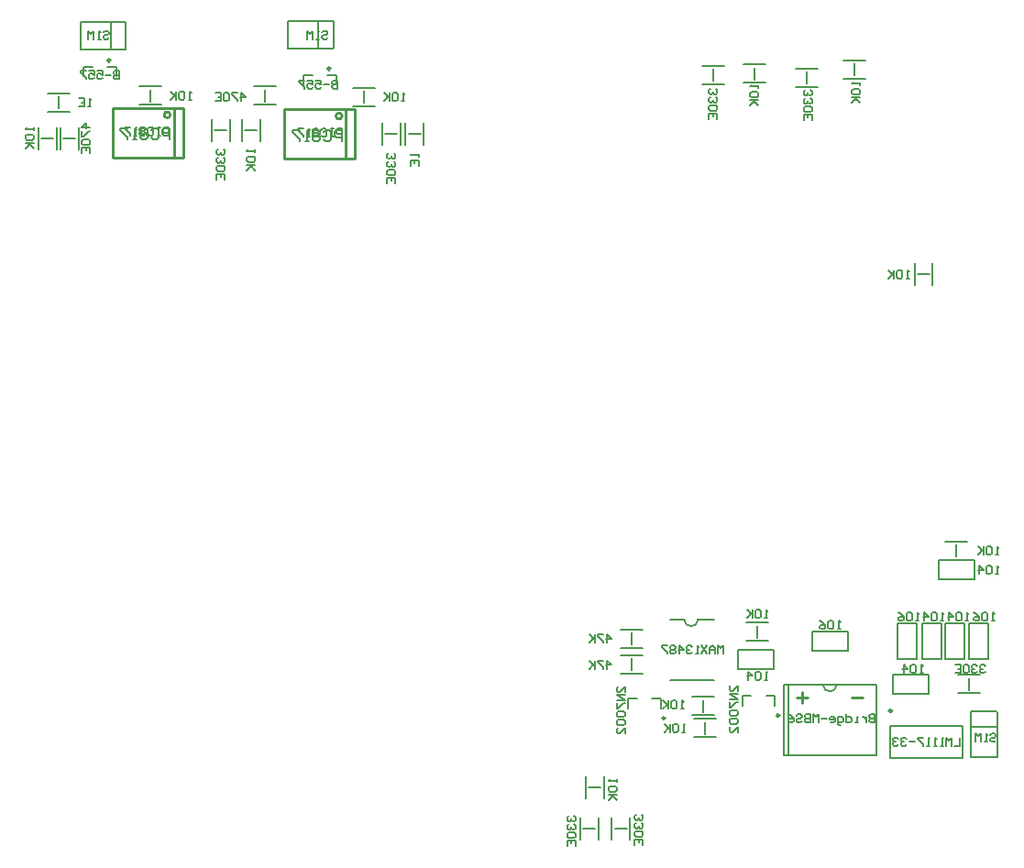
<source format=gbo>
G04*
G04 #@! TF.GenerationSoftware,Altium Limited,Altium Designer,21.5.1 (32)*
G04*
G04 Layer_Color=32896*
%FSAX24Y24*%
%MOIN*%
G70*
G04*
G04 #@! TF.SameCoordinates,E50B5674-5FFA-4352-8543-23BF37AEB5C9*
G04*
G04*
G04 #@! TF.FilePolarity,Positive*
G04*
G01*
G75*
%ADD10C,0.0098*%
%ADD11C,0.0100*%
%ADD13C,0.0079*%
%ADD14C,0.0080*%
D10*
X012684Y041082D02*
G03*
X012684Y041082I-000049J000000D01*
G01*
X020684Y040781D02*
G03*
X020684Y040781I-000049J000000D01*
G01*
X041100Y017422D02*
G03*
X041100Y017422I-000049J000000D01*
G01*
X037008Y017257D02*
G03*
X037008Y017257I-000049J000000D01*
G01*
X032858Y017157D02*
G03*
X032858Y017157I-000049J000000D01*
G01*
D11*
X021112Y039050D02*
G03*
X021112Y039050I-000112J000000D01*
G01*
X014862Y039100D02*
G03*
X014862Y039100I-000112J000000D01*
G01*
X021250Y037498D02*
Y039300D01*
X021580Y037500D02*
Y039300D01*
X019020Y037500D02*
Y039280D01*
Y037498D02*
X021580D01*
X019020Y039300D02*
X021580D01*
X012770Y039350D02*
X015330D01*
X012770Y037548D02*
X015330D01*
X012770Y037550D02*
Y039330D01*
X015330Y037550D02*
Y039350D01*
X015000Y037548D02*
Y039350D01*
X040050Y017900D02*
X039650D01*
X038050Y017900D02*
X037650D01*
X037850Y018100D02*
Y017700D01*
D13*
X033550Y020750D02*
G03*
X034050Y020750I000250J000000D01*
G01*
X011709Y040826D02*
X012024D01*
X011709Y040511D02*
Y040826D01*
X012576D02*
X012891D01*
Y040511D02*
Y040826D01*
X020891Y040211D02*
Y040526D01*
X020576D02*
X020891D01*
X019709Y040211D02*
Y040526D01*
X020024D01*
X043669Y015709D02*
Y016891D01*
X041031Y015709D02*
Y016891D01*
Y015709D02*
X043669D01*
X041031Y016891D02*
X043669D01*
X036841Y017621D02*
Y017976D01*
X036526D02*
X036841D01*
X035659Y017621D02*
Y017976D01*
X035974D01*
X031509Y017876D02*
X031824D01*
X031509Y017521D02*
Y017876D01*
X032376D02*
X032691D01*
Y017521D02*
Y017876D01*
X033050Y018550D02*
X034650D01*
X034050Y020750D02*
X034650D01*
X033050D02*
X033550D01*
X042040Y033316D02*
X042473D01*
X042587Y032916D02*
Y033716D01*
X041927Y032916D02*
Y033716D01*
X021500Y040080D02*
X022300D01*
X021500Y039420D02*
X022300D01*
X021900Y039533D02*
Y039967D01*
X017030Y038150D02*
Y038950D01*
X016370Y038150D02*
Y038950D01*
X016483Y038550D02*
X016917D01*
X014150Y039583D02*
Y040017D01*
X013750Y039470D02*
X014550D01*
X013750Y040130D02*
X014550D01*
X010800Y039333D02*
Y039767D01*
X010400Y039880D02*
X011200D01*
X010400Y039220D02*
X011200D01*
X010983Y038250D02*
X011417D01*
X011530Y037850D02*
Y038650D01*
X010870Y037850D02*
Y038650D01*
X010183Y038250D02*
X010617D01*
X010070Y037850D02*
Y038650D01*
X010730Y037850D02*
Y038650D01*
X031580Y012750D02*
Y013550D01*
X030920Y012750D02*
Y013550D01*
X031033Y013150D02*
X031467D01*
X030430Y012750D02*
Y013550D01*
X029770Y012750D02*
Y013550D01*
X029883Y013150D02*
X030317D01*
X030083Y014650D02*
X030517D01*
X029970Y014250D02*
Y015050D01*
X030630Y014250D02*
Y015050D01*
X031634Y018896D02*
Y019329D01*
X031234Y019442D02*
X032034D01*
X031234Y018783D02*
X032034D01*
X031634Y019833D02*
Y020267D01*
X031234Y019720D02*
X032034D01*
X031234Y020380D02*
X032034D01*
X033850Y017270D02*
X034650D01*
X033850Y017930D02*
X034650D01*
X034250Y017383D02*
Y017817D01*
X033900Y017130D02*
X034700D01*
X033900Y016470D02*
X034700D01*
X034300Y016583D02*
Y017017D01*
X035800Y019970D02*
X036600D01*
X035800Y020630D02*
X036600D01*
X036200Y020083D02*
Y020517D01*
X043900Y018183D02*
Y018617D01*
X043500Y018070D02*
X044300D01*
X043500Y018730D02*
X044300D01*
X043450Y023033D02*
Y023467D01*
X043050Y023580D02*
X043850D01*
X043050Y022920D02*
X043850D01*
X034200Y040880D02*
X035000D01*
X034200Y040220D02*
X035000D01*
X034600Y040333D02*
Y040767D01*
X035700Y040930D02*
X036500D01*
X035700Y040270D02*
X036500D01*
X036100Y040383D02*
Y040817D01*
X037600Y040780D02*
X038400D01*
X037600Y040120D02*
X038400D01*
X038000Y040233D02*
Y040667D01*
X039350Y041080D02*
X040150D01*
X039350Y040420D02*
X040150D01*
X039750Y040533D02*
Y040967D01*
X022690Y038400D02*
X023123D01*
X022577Y038000D02*
Y038800D01*
X023237Y038000D02*
Y038800D01*
X018300Y039583D02*
Y040017D01*
X017900Y040130D02*
X018700D01*
X017900Y039470D02*
X018700D01*
X023533Y038400D02*
X023967D01*
X023420Y038000D02*
Y038800D01*
X024080Y038000D02*
Y038800D01*
X017583Y038550D02*
X018017D01*
X017470Y038150D02*
Y038950D01*
X018130Y038150D02*
Y038950D01*
D14*
X038600Y018380D02*
G03*
X039100Y018380I000250J000000D01*
G01*
X020245Y041508D02*
Y042492D01*
X019146Y041508D02*
Y042492D01*
X020800Y041528D02*
Y042492D01*
X019146Y041508D02*
X020780D01*
X019146Y042492D02*
X020800D01*
X011600Y042472D02*
X013254D01*
X011600Y041488D02*
X013234D01*
X013254Y041508D02*
Y042472D01*
X011600Y041488D02*
Y042472D01*
X012698Y041488D02*
Y042472D01*
X043958Y016845D02*
X044942D01*
X043958Y015746D02*
X044942D01*
X043958Y017400D02*
X044922D01*
X044942Y015746D02*
Y017380D01*
X043958Y015746D02*
Y017400D01*
X037350Y015850D02*
Y018350D01*
X037175Y015820D02*
Y018380D01*
X040525Y015820D02*
Y018380D01*
X037175Y015820D02*
X040525D01*
X037175Y018380D02*
X040525D01*
X035500Y019650D02*
X036800D01*
Y018950D02*
Y019650D01*
X035500Y018950D02*
X036800D01*
X035500D02*
Y019650D01*
X041300Y019320D02*
X042000D01*
Y020620D01*
X041300D02*
X042000D01*
X041300Y019320D02*
Y020620D01*
X042200Y019300D02*
X042900D01*
Y020600D01*
X042200D02*
X042900D01*
X042200Y019300D02*
Y020600D01*
X043050Y019300D02*
X043750D01*
Y020600D01*
X043050D02*
X043750D01*
X043050Y019300D02*
Y020600D01*
X043900Y019300D02*
X044600D01*
Y020600D01*
X043900D02*
X044600D01*
X043900Y019300D02*
Y020600D01*
X044100Y022200D02*
Y022900D01*
X042800D02*
X044100D01*
X042800Y022200D02*
Y022900D01*
Y022200D02*
X044100D01*
X041150Y018050D02*
X042450D01*
X041150D02*
Y018750D01*
X042450D01*
Y018050D02*
Y018750D01*
X038200Y020300D02*
X039500D01*
Y019600D02*
Y020300D01*
X038200Y019600D02*
X039500D01*
X038200D02*
Y020300D01*
X021100Y038150D02*
Y038550D01*
X020900D01*
X020833Y038483D01*
Y038350D01*
X020900Y038283D01*
X021100D01*
X020434Y038483D02*
X020500Y038550D01*
X020633D01*
X020700Y038483D01*
Y038217D01*
X020633Y038150D01*
X020500D01*
X020434Y038217D01*
X020300Y038483D02*
X020234Y038550D01*
X020100D01*
X020034Y038483D01*
Y038417D01*
X020100Y038350D01*
X020034Y038283D01*
Y038217D01*
X020100Y038150D01*
X020234D01*
X020300Y038217D01*
Y038283D01*
X020234Y038350D01*
X020300Y038417D01*
Y038483D01*
X020234Y038350D02*
X020100D01*
X019900Y038150D02*
X019767D01*
X019834D01*
Y038550D01*
X019900Y038483D01*
X019567Y038550D02*
X019301D01*
Y038483D01*
X019567Y038217D01*
Y038150D01*
X014850Y038200D02*
Y038600D01*
X014650D01*
X014583Y038533D01*
Y038400D01*
X014650Y038333D01*
X014850D01*
X014184Y038533D02*
X014250Y038600D01*
X014383D01*
X014450Y038533D01*
Y038267D01*
X014383Y038200D01*
X014250D01*
X014184Y038267D01*
X014050Y038533D02*
X013984Y038600D01*
X013850D01*
X013784Y038533D01*
Y038467D01*
X013850Y038400D01*
X013784Y038333D01*
Y038267D01*
X013850Y038200D01*
X013984D01*
X014050Y038267D01*
Y038333D01*
X013984Y038400D01*
X014050Y038467D01*
Y038533D01*
X013984Y038400D02*
X013850D01*
X013650Y038200D02*
X013517D01*
X013584D01*
Y038600D01*
X013650Y038533D01*
X013317Y038600D02*
X013051D01*
Y038533D01*
X013317Y038267D01*
Y038200D01*
X040474Y017300D02*
Y017000D01*
X040325D01*
X040275Y017050D01*
Y017100D01*
X040325Y017150D01*
X040474D01*
X040325D01*
X040275Y017200D01*
Y017250D01*
X040325Y017300D01*
X040474D01*
X040175Y017200D02*
Y017000D01*
Y017100D01*
X040125Y017150D01*
X040075Y017200D01*
X040025D01*
X039875Y017000D02*
X039775D01*
X039825D01*
Y017200D01*
X039875D01*
X039425Y017300D02*
Y017000D01*
X039575D01*
X039625Y017050D01*
Y017150D01*
X039575Y017200D01*
X039425D01*
X039225Y016900D02*
X039175D01*
X039125Y016950D01*
Y017200D01*
X039275D01*
X039325Y017150D01*
Y017050D01*
X039275Y017000D01*
X039125D01*
X038875D02*
X038975D01*
X039025Y017050D01*
Y017150D01*
X038975Y017200D01*
X038875D01*
X038825Y017150D01*
Y017100D01*
X039025D01*
X038725Y017150D02*
X038525D01*
X038425Y017000D02*
Y017300D01*
X038325Y017200D01*
X038225Y017300D01*
Y017000D01*
X038125Y017300D02*
Y017000D01*
X037975D01*
X037925Y017050D01*
Y017100D01*
X037975Y017150D01*
X038125D01*
X037975D01*
X037925Y017200D01*
Y017250D01*
X037975Y017300D01*
X038125D01*
X037625Y017250D02*
X037675Y017300D01*
X037775D01*
X037825Y017250D01*
Y017200D01*
X037775Y017150D01*
X037675D01*
X037625Y017100D01*
Y017050D01*
X037675Y017000D01*
X037775D01*
X037825Y017050D01*
X037326Y017300D02*
X037425Y017250D01*
X037525Y017150D01*
Y017050D01*
X037475Y017000D01*
X037375D01*
X037326Y017050D01*
Y017100D01*
X037375Y017150D01*
X037525D01*
X011950Y038650D02*
X011650D01*
X011800Y038800D01*
Y038600D01*
X011650Y038500D02*
Y038300D01*
X011700D01*
X011900Y038500D01*
X011950D01*
X011700Y038200D02*
X011650Y038150D01*
Y038050D01*
X011700Y038000D01*
X011900D01*
X011950Y038050D01*
Y038150D01*
X011900Y038200D01*
X011700D01*
X011650Y037700D02*
Y037900D01*
X011950D01*
Y037700D01*
X011800Y037900D02*
Y037800D01*
X011975Y039400D02*
X011875D01*
X011925D01*
Y039700D01*
X011975Y039650D01*
X011525Y039700D02*
X011725D01*
Y039400D01*
X011525D01*
X011725Y039550D02*
X011625D01*
X015625Y039650D02*
X015525D01*
X015575D01*
Y039950D01*
X015625Y039900D01*
X015375D02*
X015325Y039950D01*
X015225D01*
X015175Y039900D01*
Y039700D01*
X015225Y039650D01*
X015325D01*
X015375Y039700D01*
Y039900D01*
X015075Y039950D02*
Y039650D01*
Y039750D01*
X014875Y039950D01*
X015025Y039800D01*
X014875Y039650D01*
X009900Y038625D02*
Y038525D01*
Y038575D01*
X009600D01*
X009650Y038625D01*
Y038375D02*
X009600Y038325D01*
Y038225D01*
X009650Y038175D01*
X009850D01*
X009900Y038225D01*
Y038325D01*
X009850Y038375D01*
X009650D01*
X009600Y038075D02*
X009900D01*
X009800D01*
X009600Y037875D01*
X009750Y038025D01*
X009900Y037875D01*
X016600Y037850D02*
X016550Y037800D01*
Y037700D01*
X016600Y037650D01*
X016650D01*
X016700Y037700D01*
Y037750D01*
Y037700D01*
X016750Y037650D01*
X016800D01*
X016850Y037700D01*
Y037800D01*
X016800Y037850D01*
X016600Y037550D02*
X016550Y037500D01*
Y037400D01*
X016600Y037350D01*
X016650D01*
X016700Y037400D01*
Y037450D01*
Y037400D01*
X016750Y037350D01*
X016800D01*
X016850Y037400D01*
Y037500D01*
X016800Y037550D01*
X016600Y037250D02*
X016550Y037200D01*
Y037100D01*
X016600Y037050D01*
X016800D01*
X016850Y037100D01*
Y037200D01*
X016800Y037250D01*
X016600D01*
X016550Y036750D02*
Y036950D01*
X016850D01*
Y036750D01*
X016700Y036950D02*
Y036850D01*
X017450Y039600D02*
Y039900D01*
X017600Y039750D01*
X017400D01*
X017300Y039900D02*
X017100D01*
Y039850D01*
X017300Y039650D01*
Y039600D01*
X017000Y039850D02*
X016950Y039900D01*
X016850D01*
X016800Y039850D01*
Y039650D01*
X016850Y039600D01*
X016950D01*
X017000Y039650D01*
Y039850D01*
X016500Y039900D02*
X016700D01*
Y039600D01*
X016500D01*
X016700Y039750D02*
X016600D01*
X023900Y037675D02*
Y037575D01*
Y037625D01*
X023600D01*
X023650Y037675D01*
X023600Y037225D02*
Y037425D01*
X023900D01*
Y037225D01*
X023750Y037425D02*
Y037325D01*
X023375Y039600D02*
X023275D01*
X023325D01*
Y039900D01*
X023375Y039850D01*
X023125D02*
X023075Y039900D01*
X022975D01*
X022925Y039850D01*
Y039650D01*
X022975Y039600D01*
X023075D01*
X023125Y039650D01*
Y039850D01*
X022825Y039900D02*
Y039600D01*
Y039700D01*
X022625Y039900D01*
X022775Y039750D01*
X022625Y039600D01*
X017950Y037825D02*
Y037725D01*
Y037775D01*
X017650D01*
X017700Y037825D01*
Y037575D02*
X017650Y037525D01*
Y037425D01*
X017700Y037375D01*
X017900D01*
X017950Y037425D01*
Y037525D01*
X017900Y037575D01*
X017700D01*
X017650Y037275D02*
X017950D01*
X017850D01*
X017650Y037075D01*
X017800Y037225D01*
X017950Y037075D01*
X022800Y037700D02*
X022750Y037650D01*
Y037550D01*
X022800Y037500D01*
X022850D01*
X022900Y037550D01*
Y037600D01*
Y037550D01*
X022950Y037500D01*
X023000D01*
X023050Y037550D01*
Y037650D01*
X023000Y037700D01*
X022800Y037400D02*
X022750Y037350D01*
Y037250D01*
X022800Y037200D01*
X022850D01*
X022900Y037250D01*
Y037300D01*
Y037250D01*
X022950Y037200D01*
X023000D01*
X023050Y037250D01*
Y037350D01*
X023000Y037400D01*
X022800Y037100D02*
X022750Y037050D01*
Y036950D01*
X022800Y036900D01*
X023000D01*
X023050Y036950D01*
Y037050D01*
X023000Y037100D01*
X022800D01*
X022750Y036600D02*
Y036800D01*
X023050D01*
Y036600D01*
X022900Y036800D02*
Y036700D01*
X036250Y040175D02*
Y040075D01*
Y040125D01*
X035950D01*
X036000Y040175D01*
Y039925D02*
X035950Y039875D01*
Y039775D01*
X036000Y039725D01*
X036200D01*
X036250Y039775D01*
Y039875D01*
X036200Y039925D01*
X036000D01*
X035950Y039625D02*
X036250D01*
X036150D01*
X035950Y039425D01*
X036100Y039575D01*
X036250Y039425D01*
X037950Y040000D02*
X037900Y039950D01*
Y039850D01*
X037950Y039800D01*
X038000D01*
X038050Y039850D01*
Y039900D01*
Y039850D01*
X038100Y039800D01*
X038150D01*
X038200Y039850D01*
Y039950D01*
X038150Y040000D01*
X037950Y039700D02*
X037900Y039650D01*
Y039550D01*
X037950Y039500D01*
X038000D01*
X038050Y039550D01*
Y039600D01*
Y039550D01*
X038100Y039500D01*
X038150D01*
X038200Y039550D01*
Y039650D01*
X038150Y039700D01*
X037950Y039400D02*
X037900Y039350D01*
Y039250D01*
X037950Y039200D01*
X038150D01*
X038200Y039250D01*
Y039350D01*
X038150Y039400D01*
X037950D01*
X037900Y038900D02*
Y039100D01*
X038200D01*
Y038900D01*
X038050Y039100D02*
Y039000D01*
X039950Y040275D02*
Y040175D01*
Y040225D01*
X039650D01*
X039700Y040275D01*
Y040025D02*
X039650Y039975D01*
Y039875D01*
X039700Y039825D01*
X039900D01*
X039950Y039875D01*
Y039975D01*
X039900Y040025D01*
X039700D01*
X039650Y039725D02*
X039950D01*
X039850D01*
X039650Y039525D01*
X039800Y039675D01*
X039950Y039525D01*
X034500Y040050D02*
X034450Y040000D01*
Y039900D01*
X034500Y039850D01*
X034550D01*
X034600Y039900D01*
Y039950D01*
Y039900D01*
X034650Y039850D01*
X034700D01*
X034750Y039900D01*
Y040000D01*
X034700Y040050D01*
X034500Y039750D02*
X034450Y039700D01*
Y039600D01*
X034500Y039550D01*
X034550D01*
X034600Y039600D01*
Y039650D01*
Y039600D01*
X034650Y039550D01*
X034700D01*
X034750Y039600D01*
Y039700D01*
X034700Y039750D01*
X034500Y039450D02*
X034450Y039400D01*
Y039300D01*
X034500Y039250D01*
X034700D01*
X034750Y039300D01*
Y039400D01*
X034700Y039450D01*
X034500D01*
X034450Y038950D02*
Y039150D01*
X034750D01*
Y038950D01*
X034600Y039150D02*
Y039050D01*
X044500Y019050D02*
X044450Y019100D01*
X044350D01*
X044300Y019050D01*
Y019000D01*
X044350Y018950D01*
X044400D01*
X044350D01*
X044300Y018900D01*
Y018850D01*
X044350Y018800D01*
X044450D01*
X044500Y018850D01*
X044200Y019050D02*
X044150Y019100D01*
X044050D01*
X044000Y019050D01*
Y019000D01*
X044050Y018950D01*
X044100D01*
X044050D01*
X044000Y018900D01*
Y018850D01*
X044050Y018800D01*
X044150D01*
X044200Y018850D01*
X043900Y019050D02*
X043850Y019100D01*
X043750D01*
X043700Y019050D01*
Y018850D01*
X043750Y018800D01*
X043850D01*
X043900Y018850D01*
Y019050D01*
X043400Y019100D02*
X043600D01*
Y018800D01*
X043400D01*
X043600Y018950D02*
X043500D01*
X031800Y013650D02*
X031750Y013600D01*
Y013500D01*
X031800Y013450D01*
X031850D01*
X031900Y013500D01*
Y013550D01*
Y013500D01*
X031950Y013450D01*
X032000D01*
X032050Y013500D01*
Y013600D01*
X032000Y013650D01*
X031800Y013350D02*
X031750Y013300D01*
Y013200D01*
X031800Y013150D01*
X031850D01*
X031900Y013200D01*
Y013250D01*
Y013200D01*
X031950Y013150D01*
X032000D01*
X032050Y013200D01*
Y013300D01*
X032000Y013350D01*
X031800Y013050D02*
X031750Y013000D01*
Y012900D01*
X031800Y012850D01*
X032000D01*
X032050Y012900D01*
Y013000D01*
X032000Y013050D01*
X031800D01*
X031750Y012550D02*
Y012750D01*
X032050D01*
Y012550D01*
X031900Y012750D02*
Y012650D01*
X033575Y016650D02*
X033475D01*
X033525D01*
Y016950D01*
X033575Y016900D01*
X033325D02*
X033275Y016950D01*
X033175D01*
X033125Y016900D01*
Y016700D01*
X033175Y016650D01*
X033275D01*
X033325Y016700D01*
Y016900D01*
X033025Y016950D02*
Y016650D01*
Y016750D01*
X032825Y016950D01*
X032975Y016800D01*
X032825Y016650D01*
X036575Y020800D02*
X036475D01*
X036525D01*
Y021100D01*
X036575Y021050D01*
X036325D02*
X036275Y021100D01*
X036175D01*
X036125Y021050D01*
Y020850D01*
X036175Y020800D01*
X036275D01*
X036325Y020850D01*
Y021050D01*
X036025Y021100D02*
Y020800D01*
Y020900D01*
X035825Y021100D01*
X035975Y020950D01*
X035825Y020800D01*
X029350Y013600D02*
X029300Y013550D01*
Y013450D01*
X029350Y013400D01*
X029400D01*
X029450Y013450D01*
Y013500D01*
Y013450D01*
X029500Y013400D01*
X029550D01*
X029600Y013450D01*
Y013550D01*
X029550Y013600D01*
X029350Y013300D02*
X029300Y013250D01*
Y013150D01*
X029350Y013100D01*
X029400D01*
X029450Y013150D01*
Y013200D01*
Y013150D01*
X029500Y013100D01*
X029550D01*
X029600Y013150D01*
Y013250D01*
X029550Y013300D01*
X029350Y013000D02*
X029300Y012950D01*
Y012850D01*
X029350Y012800D01*
X029550D01*
X029600Y012850D01*
Y012950D01*
X029550Y013000D01*
X029350D01*
X029300Y012500D02*
Y012700D01*
X029600D01*
Y012500D01*
X029450Y012700D02*
Y012600D01*
X031100Y014925D02*
Y014825D01*
Y014875D01*
X030800D01*
X030850Y014925D01*
Y014675D02*
X030800Y014625D01*
Y014525D01*
X030850Y014475D01*
X031050D01*
X031100Y014525D01*
Y014625D01*
X031050Y014675D01*
X030850D01*
X030800Y014375D02*
X031100D01*
X031000D01*
X030800Y014175D01*
X030950Y014325D01*
X031100Y014175D01*
X033525Y017500D02*
X033425D01*
X033475D01*
Y017800D01*
X033525Y017750D01*
X033275D02*
X033225Y017800D01*
X033125D01*
X033075Y017750D01*
Y017550D01*
X033125Y017500D01*
X033225D01*
X033275Y017550D01*
Y017750D01*
X032975Y017800D02*
Y017500D01*
Y017600D01*
X032775Y017800D01*
X032925Y017650D01*
X032775Y017500D01*
X030750Y019900D02*
Y020200D01*
X030900Y020050D01*
X030700D01*
X030600Y020200D02*
X030400D01*
Y020150D01*
X030600Y019950D01*
Y019900D01*
X030300Y020200D02*
Y019900D01*
Y020000D01*
X030100Y020200D01*
X030250Y020050D01*
X030100Y019900D01*
X030750Y018950D02*
Y019250D01*
X030900Y019100D01*
X030700D01*
X030600Y019250D02*
X030400D01*
Y019200D01*
X030600Y019000D01*
Y018950D01*
X030300Y019250D02*
Y018950D01*
Y019050D01*
X030100Y019250D01*
X030250Y019100D01*
X030100Y018950D01*
X041725Y033150D02*
X041625D01*
X041675D01*
Y033450D01*
X041725Y033400D01*
X041475D02*
X041425Y033450D01*
X041325D01*
X041275Y033400D01*
Y033200D01*
X041325Y033150D01*
X041425D01*
X041475Y033200D01*
Y033400D01*
X041175Y033450D02*
Y033150D01*
Y033250D01*
X040975Y033450D01*
X041125Y033300D01*
X040975Y033150D01*
X044975Y023100D02*
X044875D01*
X044925D01*
Y023400D01*
X044975Y023350D01*
X044725D02*
X044675Y023400D01*
X044575D01*
X044525Y023350D01*
Y023150D01*
X044575Y023100D01*
X044675D01*
X044725Y023150D01*
Y023350D01*
X044425Y023400D02*
Y023100D01*
Y023200D01*
X044225Y023400D01*
X044375Y023250D01*
X044225Y023100D01*
X013000Y040700D02*
Y040400D01*
X012850D01*
X012800Y040450D01*
Y040500D01*
X012850Y040550D01*
X013000D01*
X012850D01*
X012800Y040600D01*
Y040650D01*
X012850Y040700D01*
X013000D01*
X012700Y040550D02*
X012500D01*
X012200Y040700D02*
X012400D01*
Y040550D01*
X012300Y040600D01*
X012250D01*
X012200Y040550D01*
Y040450D01*
X012250Y040400D01*
X012350D01*
X012400Y040450D01*
X011900Y040700D02*
X012100D01*
Y040550D01*
X012000Y040600D01*
X011950D01*
X011900Y040550D01*
Y040450D01*
X011950Y040400D01*
X012050D01*
X012100Y040450D01*
X011800Y040700D02*
X011600D01*
Y040650D01*
X011800Y040450D01*
Y040400D01*
X020950Y040350D02*
Y040050D01*
X020800D01*
X020750Y040100D01*
Y040150D01*
X020800Y040200D01*
X020950D01*
X020800D01*
X020750Y040250D01*
Y040300D01*
X020800Y040350D01*
X020950D01*
X020650Y040200D02*
X020450D01*
X020150Y040350D02*
X020350D01*
Y040200D01*
X020250Y040250D01*
X020200D01*
X020150Y040200D01*
Y040100D01*
X020200Y040050D01*
X020300D01*
X020350Y040100D01*
X019850Y040350D02*
X020050D01*
Y040200D01*
X019950Y040250D01*
X019900D01*
X019850Y040200D01*
Y040100D01*
X019900Y040050D01*
X020000D01*
X020050Y040100D01*
X019750Y040350D02*
X019550D01*
Y040300D01*
X019750Y040100D01*
Y040050D01*
X035500Y018150D02*
Y018350D01*
X035300Y018150D01*
X035250D01*
X035200Y018200D01*
Y018300D01*
X035250Y018350D01*
X035500Y018050D02*
X035200D01*
X035500Y017850D01*
X035200D01*
Y017750D02*
Y017550D01*
X035250D01*
X035450Y017750D01*
X035500D01*
X035250Y017450D02*
X035200Y017400D01*
Y017300D01*
X035250Y017250D01*
X035450D01*
X035500Y017300D01*
Y017400D01*
X035450Y017450D01*
X035250D01*
Y017150D02*
X035200Y017100D01*
Y017000D01*
X035250Y016950D01*
X035450D01*
X035500Y017000D01*
Y017100D01*
X035450Y017150D01*
X035250D01*
X035500Y016650D02*
Y016850D01*
X035300Y016650D01*
X035250D01*
X035200Y016700D01*
Y016800D01*
X035250Y016850D01*
X031400Y018100D02*
Y018300D01*
X031200Y018100D01*
X031150D01*
X031100Y018150D01*
Y018250D01*
X031150Y018300D01*
X031400Y018000D02*
X031100D01*
X031400Y017800D01*
X031100D01*
Y017700D02*
Y017500D01*
X031150D01*
X031350Y017700D01*
X031400D01*
X031150Y017400D02*
X031100Y017350D01*
Y017250D01*
X031150Y017200D01*
X031350D01*
X031400Y017250D01*
Y017350D01*
X031350Y017400D01*
X031150D01*
Y017100D02*
X031100Y017050D01*
Y016950D01*
X031150Y016900D01*
X031350D01*
X031400Y016950D01*
Y017050D01*
X031350Y017100D01*
X031150D01*
X031400Y016600D02*
Y016800D01*
X031200Y016600D01*
X031150D01*
X031100Y016650D01*
Y016750D01*
X031150Y016800D01*
X014800Y038350D02*
Y038650D01*
X014650D01*
X014600Y038600D01*
Y038500D01*
X014650Y038450D01*
X014800D01*
X014500Y038650D02*
X014400D01*
X014450D01*
Y038350D01*
X014500D01*
X014400D01*
X014050Y038600D02*
X014100Y038650D01*
X014200D01*
X014250Y038600D01*
Y038400D01*
X014200Y038350D01*
X014100D01*
X014050Y038400D01*
X013950Y038600D02*
X013900Y038650D01*
X013800D01*
X013750Y038600D01*
Y038550D01*
X013800Y038500D01*
X013750Y038450D01*
Y038400D01*
X013800Y038350D01*
X013900D01*
X013950Y038400D01*
Y038450D01*
X013900Y038500D01*
X013950Y038550D01*
Y038600D01*
X013900Y038500D02*
X013800D01*
X013650Y038350D02*
X013550D01*
X013600D01*
Y038650D01*
X013650Y038600D01*
X013400Y038650D02*
X013200D01*
Y038600D01*
X013400Y038400D01*
Y038350D01*
X021100Y038300D02*
Y038600D01*
X020950D01*
X020900Y038550D01*
Y038450D01*
X020950Y038400D01*
X021100D01*
X020800Y038600D02*
X020700D01*
X020750D01*
Y038300D01*
X020800D01*
X020700D01*
X020350Y038550D02*
X020400Y038600D01*
X020500D01*
X020550Y038550D01*
Y038350D01*
X020500Y038300D01*
X020400D01*
X020350Y038350D01*
X020250Y038550D02*
X020200Y038600D01*
X020100D01*
X020050Y038550D01*
Y038500D01*
X020100Y038450D01*
X020050Y038400D01*
Y038350D01*
X020100Y038300D01*
X020200D01*
X020250Y038350D01*
Y038400D01*
X020200Y038450D01*
X020250Y038500D01*
Y038550D01*
X020200Y038450D02*
X020100D01*
X019950Y038300D02*
X019850D01*
X019900D01*
Y038600D01*
X019950Y038550D01*
X019700Y038600D02*
X019500D01*
Y038550D01*
X019700Y038350D01*
Y038300D01*
X043575Y016450D02*
Y016150D01*
X043375D01*
X043275D02*
Y016450D01*
X043175Y016350D01*
X043075Y016450D01*
Y016150D01*
X042975D02*
X042875D01*
X042925D01*
Y016450D01*
X042975Y016400D01*
X042725Y016150D02*
X042625D01*
X042675D01*
Y016450D01*
X042725Y016400D01*
X042475Y016150D02*
X042375D01*
X042425D01*
Y016450D01*
X042475Y016400D01*
X042225Y016450D02*
X042025D01*
Y016400D01*
X042225Y016200D01*
Y016150D01*
X041925Y016300D02*
X041725D01*
X041625Y016400D02*
X041575Y016450D01*
X041475D01*
X041425Y016400D01*
Y016350D01*
X041475Y016300D01*
X041525D01*
X041475D01*
X041425Y016250D01*
Y016200D01*
X041475Y016150D01*
X041575D01*
X041625Y016200D01*
X041325Y016400D02*
X041275Y016450D01*
X041175D01*
X041125Y016400D01*
Y016350D01*
X041175Y016300D01*
X041225D01*
X041175D01*
X041125Y016250D01*
Y016200D01*
X041175Y016150D01*
X041275D01*
X041325Y016200D01*
X034975Y019500D02*
Y019800D01*
X034875Y019700D01*
X034775Y019800D01*
Y019500D01*
X034675D02*
Y019700D01*
X034575Y019800D01*
X034475Y019700D01*
Y019500D01*
Y019650D01*
X034675D01*
X034375Y019800D02*
X034175Y019500D01*
Y019800D02*
X034375Y019500D01*
X034075D02*
X033975D01*
X034025D01*
Y019800D01*
X034075Y019750D01*
X033825D02*
X033775Y019800D01*
X033675D01*
X033625Y019750D01*
Y019700D01*
X033675Y019650D01*
X033725D01*
X033675D01*
X033625Y019600D01*
Y019550D01*
X033675Y019500D01*
X033775D01*
X033825Y019550D01*
X033375Y019500D02*
Y019800D01*
X033525Y019650D01*
X033325D01*
X033225Y019750D02*
X033175Y019800D01*
X033075D01*
X033025Y019750D01*
Y019700D01*
X033075Y019650D01*
X033025Y019600D01*
Y019550D01*
X033075Y019500D01*
X033175D01*
X033225Y019550D01*
Y019600D01*
X033175Y019650D01*
X033225Y019700D01*
Y019750D01*
X033175Y019650D02*
X033075D01*
X032925Y019800D02*
X032725D01*
Y019750D01*
X032925Y019550D01*
Y019500D01*
X012425Y042100D02*
X012475Y042150D01*
X012575D01*
X012625Y042100D01*
Y042050D01*
X012575Y042000D01*
X012475D01*
X012425Y041950D01*
Y041900D01*
X012475Y041850D01*
X012575D01*
X012625Y041900D01*
X012325Y041850D02*
X012225D01*
X012275D01*
Y042150D01*
X012325Y042100D01*
X012075Y041850D02*
Y042150D01*
X011975Y042050D01*
X011875Y042150D01*
Y041850D01*
X020375Y042100D02*
X020425Y042150D01*
X020525D01*
X020575Y042100D01*
Y042050D01*
X020525Y042000D01*
X020425D01*
X020375Y041950D01*
Y041900D01*
X020425Y041850D01*
X020525D01*
X020575Y041900D01*
X020275Y041850D02*
X020175D01*
X020225D01*
Y042150D01*
X020275Y042100D01*
X020025Y041850D02*
Y042150D01*
X019925Y042050D01*
X019825Y042150D01*
Y041850D01*
X044675Y016550D02*
X044725Y016600D01*
X044825D01*
X044875Y016550D01*
Y016500D01*
X044825Y016450D01*
X044725D01*
X044675Y016400D01*
Y016350D01*
X044725Y016300D01*
X044825D01*
X044875Y016350D01*
X044575Y016300D02*
X044475D01*
X044525D01*
Y016600D01*
X044575Y016550D01*
X044325Y016300D02*
Y016600D01*
X044225Y016500D01*
X044125Y016600D01*
Y016300D01*
X042225Y018800D02*
X042125D01*
X042175D01*
Y019100D01*
X042225Y019050D01*
X041975D02*
X041925Y019100D01*
X041825D01*
X041775Y019050D01*
Y018850D01*
X041825Y018800D01*
X041925D01*
X041975Y018850D01*
Y019050D01*
X041525Y018800D02*
Y019100D01*
X041675Y018950D01*
X041475D01*
X042975Y020700D02*
X042875D01*
X042925D01*
Y021000D01*
X042975Y020950D01*
X042725D02*
X042675Y021000D01*
X042575D01*
X042525Y020950D01*
Y020750D01*
X042575Y020700D01*
X042675D01*
X042725Y020750D01*
Y020950D01*
X042275Y020700D02*
Y021000D01*
X042425Y020850D01*
X042225D01*
X042075Y020700D02*
X041975D01*
X042025D01*
Y021000D01*
X042075Y020950D01*
X041825D02*
X041775Y021000D01*
X041675D01*
X041625Y020950D01*
Y020750D01*
X041675Y020700D01*
X041775D01*
X041825Y020750D01*
Y020950D01*
X041325Y021000D02*
X041425Y020950D01*
X041525Y020850D01*
Y020750D01*
X041475Y020700D01*
X041375D01*
X041325Y020750D01*
Y020800D01*
X041375Y020850D01*
X041525D01*
X044825Y020700D02*
X044725D01*
X044775D01*
Y021000D01*
X044825Y020950D01*
X044575D02*
X044525Y021000D01*
X044425D01*
X044375Y020950D01*
Y020750D01*
X044425Y020700D01*
X044525D01*
X044575Y020750D01*
Y020950D01*
X044075Y021000D02*
X044175Y020950D01*
X044275Y020850D01*
Y020750D01*
X044225Y020700D01*
X044125D01*
X044075Y020750D01*
Y020800D01*
X044125Y020850D01*
X044275D01*
X043875Y020700D02*
X043775D01*
X043825D01*
Y021000D01*
X043875Y020950D01*
X043625D02*
X043575Y021000D01*
X043475D01*
X043425Y020950D01*
Y020750D01*
X043475Y020700D01*
X043575D01*
X043625Y020750D01*
Y020950D01*
X043175Y020700D02*
Y021000D01*
X043325Y020850D01*
X043125D01*
X039225Y020400D02*
X039125D01*
X039175D01*
Y020700D01*
X039225Y020650D01*
X038975D02*
X038925Y020700D01*
X038825D01*
X038775Y020650D01*
Y020450D01*
X038825Y020400D01*
X038925D01*
X038975Y020450D01*
Y020650D01*
X038475Y020700D02*
X038575Y020650D01*
X038675Y020550D01*
Y020450D01*
X038625Y020400D01*
X038525D01*
X038475Y020450D01*
Y020500D01*
X038525Y020550D01*
X038675D01*
X036575Y018550D02*
X036475D01*
X036525D01*
Y018850D01*
X036575Y018800D01*
X036325D02*
X036275Y018850D01*
X036175D01*
X036125Y018800D01*
Y018600D01*
X036175Y018550D01*
X036275D01*
X036325Y018600D01*
Y018800D01*
X035875Y018550D02*
Y018850D01*
X036025Y018700D01*
X035825D01*
X044975Y022400D02*
X044875D01*
X044925D01*
Y022700D01*
X044975Y022650D01*
X044725D02*
X044675Y022700D01*
X044575D01*
X044525Y022650D01*
Y022450D01*
X044575Y022400D01*
X044675D01*
X044725Y022450D01*
Y022650D01*
X044275Y022400D02*
Y022700D01*
X044425Y022550D01*
X044225D01*
M02*

</source>
